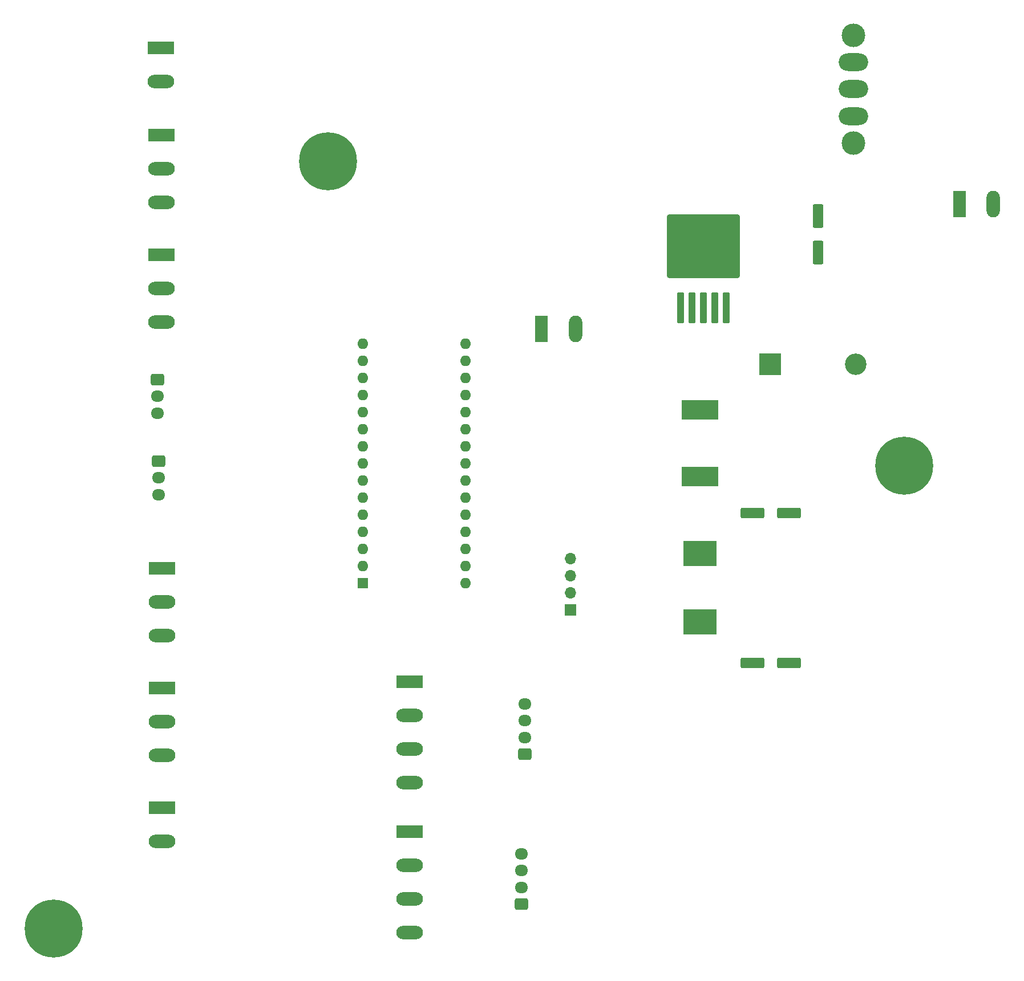
<source format=gbr>
%TF.GenerationSoftware,KiCad,Pcbnew,7.0.7-7.0.7~ubuntu22.04.1*%
%TF.CreationDate,2023-09-22T11:09:07-06:00*%
%TF.ProjectId,stepper_microscope_stage,73746570-7065-4725-9f6d-6963726f7363,1.1*%
%TF.SameCoordinates,Original*%
%TF.FileFunction,Soldermask,Bot*%
%TF.FilePolarity,Negative*%
%FSLAX46Y46*%
G04 Gerber Fmt 4.6, Leading zero omitted, Abs format (unit mm)*
G04 Created by KiCad (PCBNEW 7.0.7-7.0.7~ubuntu22.04.1) date 2023-09-22 11:09:07*
%MOMM*%
%LPD*%
G01*
G04 APERTURE LIST*
G04 Aperture macros list*
%AMRoundRect*
0 Rectangle with rounded corners*
0 $1 Rounding radius*
0 $2 $3 $4 $5 $6 $7 $8 $9 X,Y pos of 4 corners*
0 Add a 4 corners polygon primitive as box body*
4,1,4,$2,$3,$4,$5,$6,$7,$8,$9,$2,$3,0*
0 Add four circle primitives for the rounded corners*
1,1,$1+$1,$2,$3*
1,1,$1+$1,$4,$5*
1,1,$1+$1,$6,$7*
1,1,$1+$1,$8,$9*
0 Add four rect primitives between the rounded corners*
20,1,$1+$1,$2,$3,$4,$5,0*
20,1,$1+$1,$4,$5,$6,$7,0*
20,1,$1+$1,$6,$7,$8,$9,0*
20,1,$1+$1,$8,$9,$2,$3,0*%
G04 Aperture macros list end*
%ADD10RoundRect,0.250000X-0.725000X0.600000X-0.725000X-0.600000X0.725000X-0.600000X0.725000X0.600000X0*%
%ADD11O,1.950000X1.700000*%
%ADD12RoundRect,0.250000X0.725000X-0.600000X0.725000X0.600000X-0.725000X0.600000X-0.725000X-0.600000X0*%
%ADD13C,8.600000*%
%ADD14C,3.500000*%
%ADD15O,4.375000X2.625000*%
%ADD16RoundRect,0.250000X-1.500000X-0.550000X1.500000X-0.550000X1.500000X0.550000X-1.500000X0.550000X0*%
%ADD17R,3.960000X1.980000*%
%ADD18O,3.960000X1.980000*%
%ADD19R,1.700000X1.700000*%
%ADD20O,1.700000X1.700000*%
%ADD21RoundRect,0.250000X0.300000X-2.050000X0.300000X2.050000X-0.300000X2.050000X-0.300000X-2.050000X0*%
%ADD22RoundRect,0.250002X5.149998X-4.449998X5.149998X4.449998X-5.149998X4.449998X-5.149998X-4.449998X0*%
%ADD23R,5.400000X2.900000*%
%ADD24R,3.200000X3.200000*%
%ADD25O,3.200000X3.200000*%
%ADD26R,1.600000X1.600000*%
%ADD27O,1.600000X1.600000*%
%ADD28R,1.980000X3.960000*%
%ADD29O,1.980000X3.960000*%
%ADD30R,5.000000X3.850000*%
%ADD31RoundRect,0.250000X-0.550000X1.500000X-0.550000X-1.500000X0.550000X-1.500000X0.550000X1.500000X0*%
G04 APERTURE END LIST*
D10*
%TO.C,LIMIT2*%
X69350816Y-96717144D03*
D11*
X69350816Y-99217144D03*
X69350816Y-101717144D03*
%TD*%
D10*
%TO.C,LIMIT1*%
X69190000Y-84617144D03*
D11*
X69190000Y-87117144D03*
X69190000Y-89617144D03*
%TD*%
D12*
%TO.C,J5*%
X123700000Y-140300000D03*
D11*
X123700000Y-137800000D03*
X123700000Y-135300000D03*
X123700000Y-132800000D03*
%TD*%
D12*
%TO.C,J4*%
X123200000Y-162550000D03*
D11*
X123200000Y-160050000D03*
X123200000Y-157550000D03*
X123200000Y-155050000D03*
%TD*%
D13*
%TO.C,H3*%
X53750000Y-166200000D03*
%TD*%
%TO.C,H1*%
X180050000Y-97450000D03*
%TD*%
%TO.C,H1*%
X94500000Y-52250000D03*
%TD*%
D14*
%TO.C,SW1*%
X172500000Y-49500000D03*
X172500000Y-33500000D03*
D15*
X172500000Y-45500000D03*
X172500000Y-41500000D03*
X172500000Y-37500000D03*
%TD*%
D16*
%TO.C,C3*%
X157500000Y-126722144D03*
X162900000Y-126722144D03*
%TD*%
D17*
%TO.C,J2*%
X106650000Y-151790000D03*
D18*
X106650000Y-156790000D03*
X106650000Y-161790000D03*
X106650000Y-166790000D03*
%TD*%
D19*
%TO.C,J1*%
X130500000Y-118822144D03*
D20*
X130500000Y-116282144D03*
X130500000Y-113742144D03*
X130500000Y-111202144D03*
%TD*%
D17*
%TO.C,STEPSIGGND2*%
X69910816Y-130422144D03*
D18*
X69910816Y-135422144D03*
X69910816Y-140422144D03*
%TD*%
D17*
%TO.C,STEPSIG1*%
X69750000Y-48322144D03*
D18*
X69750000Y-53322144D03*
X69750000Y-58322144D03*
%TD*%
D21*
%TO.C,TL2575*%
X153650000Y-73972144D03*
X151950000Y-73972144D03*
X150250000Y-73972144D03*
D22*
X150250000Y-64822144D03*
D21*
X148550000Y-73972144D03*
X146850000Y-73972144D03*
%TD*%
D17*
%TO.C,STEPGND1*%
X69900816Y-148202144D03*
D18*
X69900816Y-153202144D03*
%TD*%
D17*
%TO.C,STEPSIGGND1*%
X69910816Y-112672144D03*
D18*
X69910816Y-117672144D03*
X69910816Y-122672144D03*
%TD*%
D23*
%TO.C,L1*%
X149750000Y-89122144D03*
X149750000Y-99022144D03*
%TD*%
D17*
%TO.C,STEPPWR1*%
X69740000Y-35352144D03*
D18*
X69740000Y-40352144D03*
%TD*%
D24*
%TO.C,D1*%
X160150000Y-82322144D03*
D25*
X172850000Y-82322144D03*
%TD*%
D26*
%TO.C,A1*%
X99640000Y-114872144D03*
D27*
X99640000Y-112332144D03*
X99640000Y-109792144D03*
X99640000Y-107252144D03*
X99640000Y-104712144D03*
X99640000Y-102172144D03*
X99640000Y-99632144D03*
X99640000Y-97092144D03*
X99640000Y-94552144D03*
X99640000Y-92012144D03*
X99640000Y-89472144D03*
X99640000Y-86932144D03*
X99640000Y-84392144D03*
X99640000Y-81852144D03*
X99640000Y-79312144D03*
X114880000Y-79312144D03*
X114880000Y-81852144D03*
X114880000Y-84392144D03*
X114880000Y-86932144D03*
X114880000Y-89472144D03*
X114880000Y-92012144D03*
X114880000Y-94552144D03*
X114880000Y-97092144D03*
X114880000Y-99632144D03*
X114880000Y-102172144D03*
X114880000Y-104712144D03*
X114880000Y-107252144D03*
X114880000Y-109792144D03*
X114880000Y-112332144D03*
X114880000Y-114872144D03*
%TD*%
D28*
%TO.C,JOYIN1*%
X126220000Y-77072144D03*
D29*
X131220000Y-77072144D03*
%TD*%
D30*
%TO.C,L2*%
X149750000Y-110497144D03*
X149750000Y-120647144D03*
%TD*%
D31*
%TO.C,C1*%
X167250000Y-60372144D03*
X167250000Y-65772144D03*
%TD*%
D17*
%TO.C,STEPSIG2*%
X69750000Y-66072144D03*
D18*
X69750000Y-71072144D03*
X69750000Y-76072144D03*
%TD*%
D17*
%TO.C,J3*%
X106650000Y-129540000D03*
D18*
X106650000Y-134540000D03*
X106650000Y-139540000D03*
X106650000Y-144540000D03*
%TD*%
D16*
%TO.C,C2*%
X157500000Y-104422144D03*
X162900000Y-104422144D03*
%TD*%
D28*
%TO.C,VIN1*%
X188250000Y-58572144D03*
D29*
X193250000Y-58572144D03*
%TD*%
M02*

</source>
